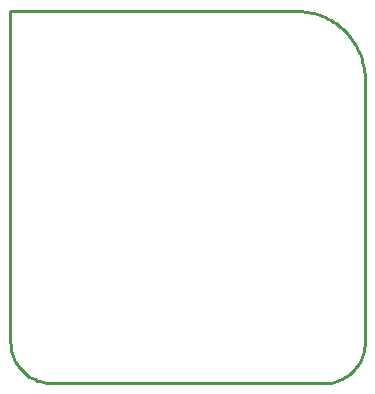
<source format=gko>
G04*
G04 #@! TF.GenerationSoftware,Altium Limited,Altium Designer,18.0.7 (293)*
G04*
G04 Layer_Color=16711935*
%FSLAX25Y25*%
%MOIN*%
G70*
G01*
G75*
%ADD12C,0.01000*%
D12*
X0Y13780D02*
X35Y12797D01*
X140Y11818D01*
X315Y10851D01*
X558Y9897D01*
X869Y8964D01*
X1245Y8055D01*
X1685Y7176D01*
X2187Y6330D01*
X2748Y5522D01*
X3366Y4756D01*
X4036Y4036D01*
X4756Y3366D01*
X5522Y2748D01*
X6330Y2187D01*
X7176Y1685D01*
X8055Y1245D01*
X8964Y869D01*
X9897Y558D01*
X10851Y315D01*
X11818Y140D01*
X12797Y35D01*
X13780Y0D01*
X104724D02*
X105739Y53D01*
X106747Y181D01*
X107742Y384D01*
X108719Y661D01*
X109673Y1011D01*
X110598Y1431D01*
X111489Y1918D01*
X112342Y2471D01*
X113150Y3086D01*
X113910Y3760D01*
X114618Y4488D01*
X115270Y5268D01*
X115861Y6094D01*
X116389Y6962D01*
X116850Y7867D01*
X117243Y8804D01*
X117565Y9767D01*
X117814Y10752D01*
X117988Y11753D01*
X118087Y12764D01*
X118110Y13780D01*
Y101181D02*
X118088Y102177D01*
X118023Y103171D01*
X117915Y104162D01*
X117763Y105146D01*
X117569Y106123D01*
X117332Y107091D01*
X117053Y108048D01*
X116733Y108991D01*
X116372Y109920D01*
X115971Y110831D01*
X115530Y111725D01*
X115051Y112598D01*
X114534Y113450D01*
X113981Y114278D01*
X113391Y115082D01*
X112768Y115859D01*
X112111Y116608D01*
X111422Y117328D01*
X110702Y118017D01*
X109953Y118674D01*
X109176Y119297D01*
X108373Y119886D01*
X107545Y120440D01*
X106693Y120957D01*
X105819Y121436D01*
X104926Y121876D01*
X104014Y122278D01*
X103085Y122639D01*
X102142Y122959D01*
X101186Y123238D01*
X100218Y123475D01*
X99241Y123669D01*
X98256Y123820D01*
X97266Y123929D01*
X96272Y123994D01*
X95276Y124016D01*
X0Y13780D02*
Y124016D01*
X13780Y0D02*
X104724D01*
X118110Y13780D02*
Y101181D01*
X0Y124016D02*
X95276D01*
M02*

</source>
